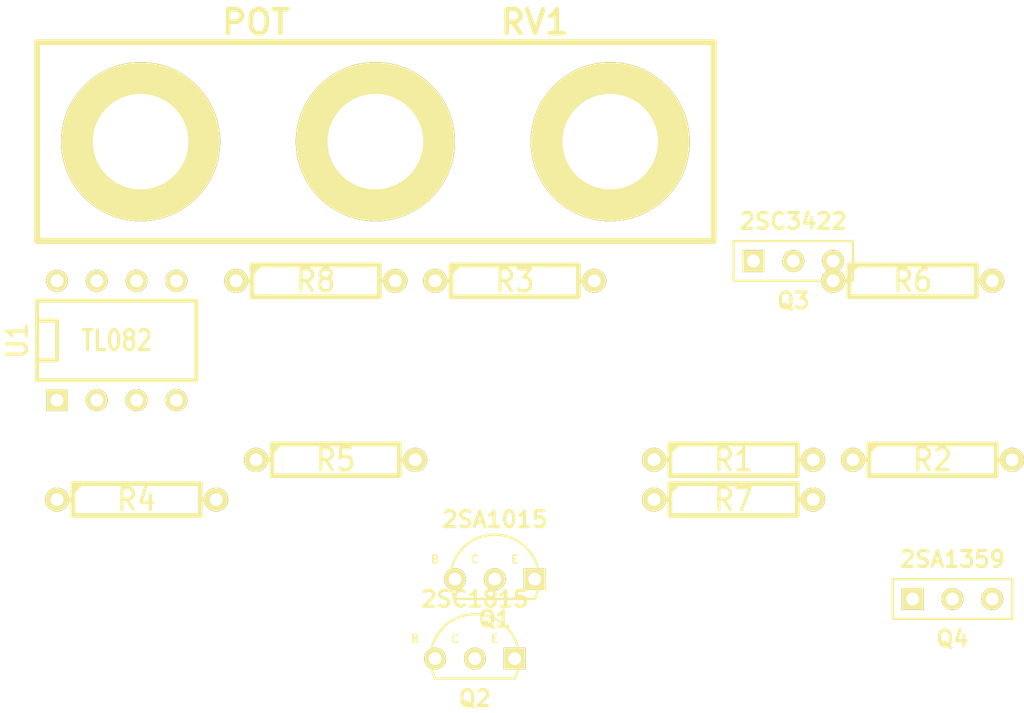
<source format=kicad_pcb>
(kicad_pcb (version 3) (host pcbnew "(2013-07-07 BZR 4022)-stable")

  (general
    (links 15)
    (no_connects 15)
    (area 42.1894 38.2016 107.696 83.4136)
    (thickness 1.6)
    (drawings 0)
    (tracks 0)
    (zones 0)
    (modules 14)
    (nets 14)
  )

  (page A3)
  (layers
    (15 F.Cu signal)
    (0 B.Cu signal)
    (16 B.Adhes user)
    (17 F.Adhes user)
    (18 B.Paste user)
    (19 F.Paste user)
    (20 B.SilkS user)
    (21 F.SilkS user)
    (22 B.Mask user)
    (23 F.Mask user)
    (24 Dwgs.User user)
    (25 Cmts.User user)
    (26 Eco1.User user)
    (27 Eco2.User user)
    (28 Edge.Cuts user)
  )

  (setup
    (last_trace_width 0.254)
    (trace_clearance 0.254)
    (zone_clearance 0.508)
    (zone_45_only no)
    (trace_min 0.254)
    (segment_width 0.2)
    (edge_width 0.1)
    (via_size 0.889)
    (via_drill 0.635)
    (via_min_size 0.889)
    (via_min_drill 0.508)
    (uvia_size 0.508)
    (uvia_drill 0.127)
    (uvias_allowed no)
    (uvia_min_size 0.508)
    (uvia_min_drill 0.127)
    (pcb_text_width 0.3)
    (pcb_text_size 1.5 1.5)
    (mod_edge_width 0.15)
    (mod_text_size 1 1)
    (mod_text_width 0.15)
    (pad_size 1.5 1.5)
    (pad_drill 0.6)
    (pad_to_mask_clearance 0)
    (aux_axis_origin 0 0)
    (visible_elements 7FFFFFFF)
    (pcbplotparams
      (layerselection 3178497)
      (usegerberextensions true)
      (excludeedgelayer true)
      (linewidth 0.150000)
      (plotframeref false)
      (viasonmask false)
      (mode 1)
      (useauxorigin false)
      (hpglpennumber 1)
      (hpglpenspeed 20)
      (hpglpendiameter 15)
      (hpglpenoverlay 2)
      (psnegative false)
      (psa4output false)
      (plotreference true)
      (plotvalue true)
      (plotothertext true)
      (plotinvisibletext false)
      (padsonsilk false)
      (subtractmaskfromsilk false)
      (outputformat 1)
      (mirror false)
      (drillshape 1)
      (scaleselection 1)
      (outputdirectory ""))
  )

  (net 0 "")
  (net 1 BUF1_OUT)
  (net 2 BUF1_V+)
  (net 3 BUF1_V-)
  (net 4 GND)
  (net 5 N-0000011)
  (net 6 N-0000014)
  (net 7 N-000003)
  (net 8 N-000004)
  (net 9 N-000005)
  (net 10 N-000007)
  (net 11 N-000008)
  (net 12 N-000009)
  (net 13 OPA_V+)

  (net_class Default "これは標準のネット クラスです。"
    (clearance 0.254)
    (trace_width 0.254)
    (via_dia 0.889)
    (via_drill 0.635)
    (uvia_dia 0.508)
    (uvia_drill 0.127)
    (add_net "")
    (add_net BUF1_OUT)
    (add_net BUF1_V+)
    (add_net BUF1_V-)
    (add_net GND)
    (add_net N-0000011)
    (add_net N-0000014)
    (add_net N-000003)
    (add_net N-000004)
    (add_net N-000005)
    (add_net N-000007)
    (add_net N-000008)
    (add_net N-000009)
    (add_net OPA_V+)
  )

  (module TO92-ECB (layer F.Cu) (tedit 525E3675) (tstamp 52B02D7B)
    (at 73.66 74.93)
    (descr "Transistor TO92-ECB brochage type 2SC1815")
    (tags "TR TO92-ECB")
    (path /52B022DF)
    (fp_text reference Q1 (at 0 2.54) (layer F.SilkS)
      (effects (font (size 1.016 1.016) (thickness 0.2032)))
    )
    (fp_text value 2SA1015 (at 0 -3.81) (layer F.SilkS)
      (effects (font (size 1.016 1.016) (thickness 0.2032)))
    )
    (fp_text user B (at -3.81 -1.27) (layer F.SilkS)
      (effects (font (size 0.508 0.508) (thickness 0.1016)))
    )
    (fp_text user C (at -1.27 -1.27) (layer F.SilkS)
      (effects (font (size 0.508 0.508) (thickness 0.1016)))
    )
    (fp_text user E (at 1.27 -1.27) (layer F.SilkS)
      (effects (font (size 0.508 0.508) (thickness 0.1016)))
    )
    (fp_line (start -2.54 1.27) (end 2.54 1.27) (layer F.SilkS) (width 0.15))
    (fp_arc (start 0 0) (end -2.54 1.27) (angle 90) (layer F.SilkS) (width 0.15))
    (fp_arc (start 0 0) (end -2.54 -1.27) (angle 90) (layer F.SilkS) (width 0.15))
    (fp_arc (start 0 0) (end 1.27 -2.54) (angle 90) (layer F.SilkS) (width 0.15))
    (pad 1 thru_hole rect (at 2.54 0) (size 1.397 1.397) (drill 0.8128)
      (layers *.Cu *.Mask F.SilkS)
      (net 9 N-000005)
    )
    (pad 2 thru_hole circle (at 0 0) (size 1.397 1.397) (drill 0.8128)
      (layers *.Cu *.Mask F.SilkS)
      (net 3 BUF1_V-)
    )
    (pad 3 thru_hole circle (at -2.54 0) (size 1.397 1.397) (drill 0.8128)
      (layers *.Cu *.Mask F.SilkS)
      (net 5 N-0000011)
    )
    (model discret/to98.wrl
      (at (xyz 0 0 0))
      (scale (xyz 1 1 1))
      (rotate (xyz 0 0 0))
    )
  )

  (module TO92-ECB (layer F.Cu) (tedit 525E3675) (tstamp 52B02D89)
    (at 72.39 80.01)
    (descr "Transistor TO92-ECB brochage type 2SC1815")
    (tags "TR TO92-ECB")
    (path /52B02303)
    (fp_text reference Q2 (at 0 2.54) (layer F.SilkS)
      (effects (font (size 1.016 1.016) (thickness 0.2032)))
    )
    (fp_text value 2SC1815 (at 0 -3.81) (layer F.SilkS)
      (effects (font (size 1.016 1.016) (thickness 0.2032)))
    )
    (fp_text user B (at -3.81 -1.27) (layer F.SilkS)
      (effects (font (size 0.508 0.508) (thickness 0.1016)))
    )
    (fp_text user C (at -1.27 -1.27) (layer F.SilkS)
      (effects (font (size 0.508 0.508) (thickness 0.1016)))
    )
    (fp_text user E (at 1.27 -1.27) (layer F.SilkS)
      (effects (font (size 0.508 0.508) (thickness 0.1016)))
    )
    (fp_line (start -2.54 1.27) (end 2.54 1.27) (layer F.SilkS) (width 0.15))
    (fp_arc (start 0 0) (end -2.54 1.27) (angle 90) (layer F.SilkS) (width 0.15))
    (fp_arc (start 0 0) (end -2.54 -1.27) (angle 90) (layer F.SilkS) (width 0.15))
    (fp_arc (start 0 0) (end 1.27 -2.54) (angle 90) (layer F.SilkS) (width 0.15))
    (pad 1 thru_hole rect (at 2.54 0) (size 1.397 1.397) (drill 0.8128)
      (layers *.Cu *.Mask F.SilkS)
      (net 8 N-000004)
    )
    (pad 2 thru_hole circle (at 0 0) (size 1.397 1.397) (drill 0.8128)
      (layers *.Cu *.Mask F.SilkS)
      (net 2 BUF1_V+)
    )
    (pad 3 thru_hole circle (at -2.54 0) (size 1.397 1.397) (drill 0.8128)
      (layers *.Cu *.Mask F.SilkS)
      (net 5 N-0000011)
    )
    (model discret/to98.wrl
      (at (xyz 0 0 0))
      (scale (xyz 1 1 1))
      (rotate (xyz 0 0 0))
    )
  )

  (module R4 (layer F.Cu) (tedit 200000) (tstamp 52B02E15)
    (at 88.9 69.85)
    (descr "Resitance 4 pas")
    (tags R)
    (path /52B0256A)
    (autoplace_cost180 10)
    (fp_text reference R7 (at 0 0) (layer F.SilkS)
      (effects (font (size 1.397 1.27) (thickness 0.2032)))
    )
    (fp_text value R (at 0 0) (layer F.SilkS) hide
      (effects (font (size 1.397 1.27) (thickness 0.2032)))
    )
    (fp_line (start -5.08 0) (end -4.064 0) (layer F.SilkS) (width 0.3048))
    (fp_line (start -4.064 0) (end -4.064 -1.016) (layer F.SilkS) (width 0.3048))
    (fp_line (start -4.064 -1.016) (end 4.064 -1.016) (layer F.SilkS) (width 0.3048))
    (fp_line (start 4.064 -1.016) (end 4.064 1.016) (layer F.SilkS) (width 0.3048))
    (fp_line (start 4.064 1.016) (end -4.064 1.016) (layer F.SilkS) (width 0.3048))
    (fp_line (start -4.064 1.016) (end -4.064 0) (layer F.SilkS) (width 0.3048))
    (fp_line (start -4.064 -0.508) (end -3.556 -1.016) (layer F.SilkS) (width 0.3048))
    (fp_line (start 5.08 0) (end 4.064 0) (layer F.SilkS) (width 0.3048))
    (pad 1 thru_hole circle (at -5.08 0) (size 1.524 1.524) (drill 0.8128)
      (layers *.Cu *.Mask F.SilkS)
      (net 1 BUF1_OUT)
    )
    (pad 2 thru_hole circle (at 5.08 0) (size 1.524 1.524) (drill 0.8128)
      (layers *.Cu *.Mask F.SilkS)
      (net 7 N-000003)
    )
    (model discret/resistor.wrl
      (at (xyz 0 0 0))
      (scale (xyz 0.4 0.4 0.4))
      (rotate (xyz 0 0 0))
    )
  )

  (module R4 (layer F.Cu) (tedit 200000) (tstamp 52B02E31)
    (at 62.23 55.88)
    (descr "Resitance 4 pas")
    (tags R)
    (path /52B02584)
    (autoplace_cost180 10)
    (fp_text reference R8 (at 0 0) (layer F.SilkS)
      (effects (font (size 1.397 1.27) (thickness 0.2032)))
    )
    (fp_text value R (at 0 0) (layer F.SilkS) hide
      (effects (font (size 1.397 1.27) (thickness 0.2032)))
    )
    (fp_line (start -5.08 0) (end -4.064 0) (layer F.SilkS) (width 0.3048))
    (fp_line (start -4.064 0) (end -4.064 -1.016) (layer F.SilkS) (width 0.3048))
    (fp_line (start -4.064 -1.016) (end 4.064 -1.016) (layer F.SilkS) (width 0.3048))
    (fp_line (start 4.064 -1.016) (end 4.064 1.016) (layer F.SilkS) (width 0.3048))
    (fp_line (start 4.064 1.016) (end -4.064 1.016) (layer F.SilkS) (width 0.3048))
    (fp_line (start -4.064 1.016) (end -4.064 0) (layer F.SilkS) (width 0.3048))
    (fp_line (start -4.064 -0.508) (end -3.556 -1.016) (layer F.SilkS) (width 0.3048))
    (fp_line (start 5.08 0) (end 4.064 0) (layer F.SilkS) (width 0.3048))
    (pad 1 thru_hole circle (at -5.08 0) (size 1.524 1.524) (drill 0.8128)
      (layers *.Cu *.Mask F.SilkS)
      (net 7 N-000003)
    )
    (pad 2 thru_hole circle (at 5.08 0) (size 1.524 1.524) (drill 0.8128)
      (layers *.Cu *.Mask F.SilkS)
      (net 4 GND)
    )
    (model discret/resistor.wrl
      (at (xyz 0 0 0))
      (scale (xyz 0.4 0.4 0.4))
      (rotate (xyz 0 0 0))
    )
  )

  (module R4 (layer F.Cu) (tedit 200000) (tstamp 52B02E4D)
    (at 50.8 69.85)
    (descr "Resitance 4 pas")
    (tags R)
    (path /52B023CD)
    (autoplace_cost180 10)
    (fp_text reference R4 (at 0 0) (layer F.SilkS)
      (effects (font (size 1.397 1.27) (thickness 0.2032)))
    )
    (fp_text value R (at 0 0) (layer F.SilkS) hide
      (effects (font (size 1.397 1.27) (thickness 0.2032)))
    )
    (fp_line (start -5.08 0) (end -4.064 0) (layer F.SilkS) (width 0.3048))
    (fp_line (start -4.064 0) (end -4.064 -1.016) (layer F.SilkS) (width 0.3048))
    (fp_line (start -4.064 -1.016) (end 4.064 -1.016) (layer F.SilkS) (width 0.3048))
    (fp_line (start 4.064 -1.016) (end 4.064 1.016) (layer F.SilkS) (width 0.3048))
    (fp_line (start 4.064 1.016) (end -4.064 1.016) (layer F.SilkS) (width 0.3048))
    (fp_line (start -4.064 1.016) (end -4.064 0) (layer F.SilkS) (width 0.3048))
    (fp_line (start -4.064 -0.508) (end -3.556 -1.016) (layer F.SilkS) (width 0.3048))
    (fp_line (start 5.08 0) (end 4.064 0) (layer F.SilkS) (width 0.3048))
    (pad 1 thru_hole circle (at -5.08 0) (size 1.524 1.524) (drill 0.8128)
      (layers *.Cu *.Mask F.SilkS)
      (net 8 N-000004)
    )
    (pad 2 thru_hole circle (at 5.08 0) (size 1.524 1.524) (drill 0.8128)
      (layers *.Cu *.Mask F.SilkS)
      (net 3 BUF1_V-)
    )
    (model discret/resistor.wrl
      (at (xyz 0 0 0))
      (scale (xyz 0.4 0.4 0.4))
      (rotate (xyz 0 0 0))
    )
  )

  (module R4 (layer F.Cu) (tedit 200000) (tstamp 52B02E5B)
    (at 101.6 67.31)
    (descr "Resitance 4 pas")
    (tags R)
    (path /52B00B66)
    (autoplace_cost180 10)
    (fp_text reference R2 (at 0 0) (layer F.SilkS)
      (effects (font (size 1.397 1.27) (thickness 0.2032)))
    )
    (fp_text value R (at 0 0) (layer F.SilkS) hide
      (effects (font (size 1.397 1.27) (thickness 0.2032)))
    )
    (fp_line (start -5.08 0) (end -4.064 0) (layer F.SilkS) (width 0.3048))
    (fp_line (start -4.064 0) (end -4.064 -1.016) (layer F.SilkS) (width 0.3048))
    (fp_line (start -4.064 -1.016) (end 4.064 -1.016) (layer F.SilkS) (width 0.3048))
    (fp_line (start 4.064 -1.016) (end 4.064 1.016) (layer F.SilkS) (width 0.3048))
    (fp_line (start 4.064 1.016) (end -4.064 1.016) (layer F.SilkS) (width 0.3048))
    (fp_line (start -4.064 1.016) (end -4.064 0) (layer F.SilkS) (width 0.3048))
    (fp_line (start -4.064 -0.508) (end -3.556 -1.016) (layer F.SilkS) (width 0.3048))
    (fp_line (start 5.08 0) (end 4.064 0) (layer F.SilkS) (width 0.3048))
    (pad 1 thru_hole circle (at -5.08 0) (size 1.524 1.524) (drill 0.8128)
      (layers *.Cu *.Mask F.SilkS)
      (net 6 N-0000014)
    )
    (pad 2 thru_hole circle (at 5.08 0) (size 1.524 1.524) (drill 0.8128)
      (layers *.Cu *.Mask F.SilkS)
      (net 5 N-0000011)
    )
    (model discret/resistor.wrl
      (at (xyz 0 0 0))
      (scale (xyz 0.4 0.4 0.4))
      (rotate (xyz 0 0 0))
    )
  )

  (module R4 (layer F.Cu) (tedit 200000) (tstamp 52B02E69)
    (at 88.9 67.31)
    (descr "Resitance 4 pas")
    (tags R)
    (path /52B00B73)
    (autoplace_cost180 10)
    (fp_text reference R1 (at 0 0) (layer F.SilkS)
      (effects (font (size 1.397 1.27) (thickness 0.2032)))
    )
    (fp_text value R (at 0 0) (layer F.SilkS) hide
      (effects (font (size 1.397 1.27) (thickness 0.2032)))
    )
    (fp_line (start -5.08 0) (end -4.064 0) (layer F.SilkS) (width 0.3048))
    (fp_line (start -4.064 0) (end -4.064 -1.016) (layer F.SilkS) (width 0.3048))
    (fp_line (start -4.064 -1.016) (end 4.064 -1.016) (layer F.SilkS) (width 0.3048))
    (fp_line (start 4.064 -1.016) (end 4.064 1.016) (layer F.SilkS) (width 0.3048))
    (fp_line (start 4.064 1.016) (end -4.064 1.016) (layer F.SilkS) (width 0.3048))
    (fp_line (start -4.064 1.016) (end -4.064 0) (layer F.SilkS) (width 0.3048))
    (fp_line (start -4.064 -0.508) (end -3.556 -1.016) (layer F.SilkS) (width 0.3048))
    (fp_line (start 5.08 0) (end 4.064 0) (layer F.SilkS) (width 0.3048))
    (pad 1 thru_hole circle (at -5.08 0) (size 1.524 1.524) (drill 0.8128)
      (layers *.Cu *.Mask F.SilkS)
      (net 4 GND)
    )
    (pad 2 thru_hole circle (at 5.08 0) (size 1.524 1.524) (drill 0.8128)
      (layers *.Cu *.Mask F.SilkS)
      (net 6 N-0000014)
    )
    (model discret/resistor.wrl
      (at (xyz 0 0 0))
      (scale (xyz 0.4 0.4 0.4))
      (rotate (xyz 0 0 0))
    )
  )

  (module R4 (layer F.Cu) (tedit 200000) (tstamp 52B02E85)
    (at 63.5 67.31)
    (descr "Resitance 4 pas")
    (tags R)
    (path /52B024C8)
    (autoplace_cost180 10)
    (fp_text reference R5 (at 0 0) (layer F.SilkS)
      (effects (font (size 1.397 1.27) (thickness 0.2032)))
    )
    (fp_text value R (at 0 0) (layer F.SilkS) hide
      (effects (font (size 1.397 1.27) (thickness 0.2032)))
    )
    (fp_line (start -5.08 0) (end -4.064 0) (layer F.SilkS) (width 0.3048))
    (fp_line (start -4.064 0) (end -4.064 -1.016) (layer F.SilkS) (width 0.3048))
    (fp_line (start -4.064 -1.016) (end 4.064 -1.016) (layer F.SilkS) (width 0.3048))
    (fp_line (start 4.064 -1.016) (end 4.064 1.016) (layer F.SilkS) (width 0.3048))
    (fp_line (start 4.064 1.016) (end -4.064 1.016) (layer F.SilkS) (width 0.3048))
    (fp_line (start -4.064 1.016) (end -4.064 0) (layer F.SilkS) (width 0.3048))
    (fp_line (start -4.064 -0.508) (end -3.556 -1.016) (layer F.SilkS) (width 0.3048))
    (fp_line (start 5.08 0) (end 4.064 0) (layer F.SilkS) (width 0.3048))
    (pad 1 thru_hole circle (at -5.08 0) (size 1.524 1.524) (drill 0.8128)
      (layers *.Cu *.Mask F.SilkS)
      (net 11 N-000008)
    )
    (pad 2 thru_hole circle (at 5.08 0) (size 1.524 1.524) (drill 0.8128)
      (layers *.Cu *.Mask F.SilkS)
      (net 1 BUF1_OUT)
    )
    (model discret/resistor.wrl
      (at (xyz 0 0 0))
      (scale (xyz 0.4 0.4 0.4))
      (rotate (xyz 0 0 0))
    )
  )

  (module R4 (layer F.Cu) (tedit 200000) (tstamp 52B02EA1)
    (at 100.33 55.88)
    (descr "Resitance 4 pas")
    (tags R)
    (path /52B023C0)
    (autoplace_cost180 10)
    (fp_text reference R6 (at 0 0) (layer F.SilkS)
      (effects (font (size 1.397 1.27) (thickness 0.2032)))
    )
    (fp_text value R (at 0 0) (layer F.SilkS) hide
      (effects (font (size 1.397 1.27) (thickness 0.2032)))
    )
    (fp_line (start -5.08 0) (end -4.064 0) (layer F.SilkS) (width 0.3048))
    (fp_line (start -4.064 0) (end -4.064 -1.016) (layer F.SilkS) (width 0.3048))
    (fp_line (start -4.064 -1.016) (end 4.064 -1.016) (layer F.SilkS) (width 0.3048))
    (fp_line (start 4.064 -1.016) (end 4.064 1.016) (layer F.SilkS) (width 0.3048))
    (fp_line (start 4.064 1.016) (end -4.064 1.016) (layer F.SilkS) (width 0.3048))
    (fp_line (start -4.064 1.016) (end -4.064 0) (layer F.SilkS) (width 0.3048))
    (fp_line (start -4.064 -0.508) (end -3.556 -1.016) (layer F.SilkS) (width 0.3048))
    (fp_line (start 5.08 0) (end 4.064 0) (layer F.SilkS) (width 0.3048))
    (pad 1 thru_hole circle (at -5.08 0) (size 1.524 1.524) (drill 0.8128)
      (layers *.Cu *.Mask F.SilkS)
      (net 1 BUF1_OUT)
    )
    (pad 2 thru_hole circle (at 5.08 0) (size 1.524 1.524) (drill 0.8128)
      (layers *.Cu *.Mask F.SilkS)
      (net 10 N-000007)
    )
    (model discret/resistor.wrl
      (at (xyz 0 0 0))
      (scale (xyz 0.4 0.4 0.4))
      (rotate (xyz 0 0 0))
    )
  )

  (module R4 (layer F.Cu) (tedit 200000) (tstamp 52B02EBD)
    (at 74.93 55.88)
    (descr "Resitance 4 pas")
    (tags R)
    (path /52B024E6)
    (autoplace_cost180 10)
    (fp_text reference R3 (at 0 0) (layer F.SilkS)
      (effects (font (size 1.397 1.27) (thickness 0.2032)))
    )
    (fp_text value R (at 0 0) (layer F.SilkS) hide
      (effects (font (size 1.397 1.27) (thickness 0.2032)))
    )
    (fp_line (start -5.08 0) (end -4.064 0) (layer F.SilkS) (width 0.3048))
    (fp_line (start -4.064 0) (end -4.064 -1.016) (layer F.SilkS) (width 0.3048))
    (fp_line (start -4.064 -1.016) (end 4.064 -1.016) (layer F.SilkS) (width 0.3048))
    (fp_line (start 4.064 -1.016) (end 4.064 1.016) (layer F.SilkS) (width 0.3048))
    (fp_line (start 4.064 1.016) (end -4.064 1.016) (layer F.SilkS) (width 0.3048))
    (fp_line (start -4.064 1.016) (end -4.064 0) (layer F.SilkS) (width 0.3048))
    (fp_line (start -4.064 -0.508) (end -3.556 -1.016) (layer F.SilkS) (width 0.3048))
    (fp_line (start 5.08 0) (end 4.064 0) (layer F.SilkS) (width 0.3048))
    (pad 1 thru_hole circle (at -5.08 0) (size 1.524 1.524) (drill 0.8128)
      (layers *.Cu *.Mask F.SilkS)
      (net 2 BUF1_V+)
    )
    (pad 2 thru_hole circle (at 5.08 0) (size 1.524 1.524) (drill 0.8128)
      (layers *.Cu *.Mask F.SilkS)
      (net 9 N-000005)
    )
    (model discret/resistor.wrl
      (at (xyz 0 0 0))
      (scale (xyz 0.4 0.4 0.4))
      (rotate (xyz 0 0 0))
    )
  )

  (module DIP-8__300 (layer F.Cu) (tedit 43A7F843) (tstamp 52B04D40)
    (at 49.53 59.69)
    (descr "8 pins DIL package, round pads")
    (tags DIL)
    (path /52B00AFA)
    (fp_text reference U1 (at -6.35 0 90) (layer F.SilkS)
      (effects (font (size 1.27 1.143) (thickness 0.2032)))
    )
    (fp_text value TL082 (at 0 0) (layer F.SilkS)
      (effects (font (size 1.27 1.016) (thickness 0.2032)))
    )
    (fp_line (start -5.08 -1.27) (end -3.81 -1.27) (layer F.SilkS) (width 0.254))
    (fp_line (start -3.81 -1.27) (end -3.81 1.27) (layer F.SilkS) (width 0.254))
    (fp_line (start -3.81 1.27) (end -5.08 1.27) (layer F.SilkS) (width 0.254))
    (fp_line (start -5.08 -2.54) (end 5.08 -2.54) (layer F.SilkS) (width 0.254))
    (fp_line (start 5.08 -2.54) (end 5.08 2.54) (layer F.SilkS) (width 0.254))
    (fp_line (start 5.08 2.54) (end -5.08 2.54) (layer F.SilkS) (width 0.254))
    (fp_line (start -5.08 2.54) (end -5.08 -2.54) (layer F.SilkS) (width 0.254))
    (pad 1 thru_hole rect (at -3.81 3.81) (size 1.397 1.397) (drill 0.8128)
      (layers *.Cu *.Mask F.SilkS)
      (net 6 N-0000014)
    )
    (pad 2 thru_hole circle (at -1.27 3.81) (size 1.397 1.397) (drill 0.8128)
      (layers *.Cu *.Mask F.SilkS)
    )
    (pad 3 thru_hole circle (at 1.27 3.81) (size 1.397 1.397) (drill 0.8128)
      (layers *.Cu *.Mask F.SilkS)
      (net 12 N-000009)
    )
    (pad 4 thru_hole circle (at 3.81 3.81) (size 1.397 1.397) (drill 0.8128)
      (layers *.Cu *.Mask F.SilkS)
      (net 13 OPA_V+)
    )
    (pad 5 thru_hole circle (at 3.81 -3.81) (size 1.397 1.397) (drill 0.8128)
      (layers *.Cu *.Mask F.SilkS)
    )
    (pad 6 thru_hole circle (at 1.27 -3.81) (size 1.397 1.397) (drill 0.8128)
      (layers *.Cu *.Mask F.SilkS)
    )
    (pad 7 thru_hole circle (at -1.27 -3.81) (size 1.397 1.397) (drill 0.8128)
      (layers *.Cu *.Mask F.SilkS)
    )
    (pad 8 thru_hole circle (at -3.81 -3.81) (size 1.397 1.397) (drill 0.8128)
      (layers *.Cu *.Mask F.SilkS)
      (net 13 OPA_V+)
    )
    (model dil/dil_8.wrl
      (at (xyz 0 0 0))
      (scale (xyz 1 1 1))
      (rotate (xyz 0 0 0))
    )
  )

  (module 3PIN_6mm (layer F.Cu) (tedit 200000) (tstamp 52B02EE6)
    (at 66.04 46.99)
    (descr "module 2 pin (trou 6 mm)")
    (tags DEV)
    (path /52B02263)
    (fp_text reference RV1 (at 10.16 -7.62) (layer F.SilkS)
      (effects (font (size 1.524 1.524) (thickness 0.3048)))
    )
    (fp_text value POT (at -7.62 -7.62) (layer F.SilkS)
      (effects (font (size 1.524 1.524) (thickness 0.3048)))
    )
    (fp_line (start -21.59 -6.35) (end 21.59 -6.35) (layer F.SilkS) (width 0.381))
    (fp_line (start 21.59 -6.35) (end 21.59 6.35) (layer F.SilkS) (width 0.381))
    (fp_line (start 21.59 6.35) (end -21.59 6.35) (layer F.SilkS) (width 0.381))
    (fp_line (start -21.59 6.35) (end -21.59 -6.35) (layer F.SilkS) (width 0.381))
    (pad 1 thru_hole circle (at -14.986 0) (size 10.16 10.16) (drill 6.096)
      (layers *.Cu *.Mask F.SilkS)
    )
    (pad 3 thru_hole circle (at 14.986 0) (size 10.16 10.16) (drill 6.096)
      (layers *.Cu *.Mask F.SilkS)
      (net 4 GND)
    )
    (pad 2 thru_hole circle (at 0 0) (size 10.16 10.16) (drill 6.096)
      (layers *.Cu *.Mask F.SilkS)
      (net 12 N-000009)
    )
    (model "device/douille_4mm(black).wrl"
      (at (xyz 0 0 0))
      (scale (xyz 1.8 1.8 1.8))
      (rotate (xyz 0 0 0))
    )
    (model "device/douille_4mm(red).wrl"
      (at (xyz -0.59 0 0))
      (scale (xyz 1.8 1.8 1.8))
      (rotate (xyz 0 0 0))
    )
    (model "device/douille_4mm(green).wrl"
      (at (xyz 0.59 0 0))
      (scale (xyz 1.8 1.8 1.8))
      (rotate (xyz 0 0 0))
    )
  )

  (module TO126-ECB (layer F.Cu) (tedit 52B04A85) (tstamp 52B02DCF)
    (at 102.87 76.2)
    (descr "Transistor TO126")
    (tags "TR TO126")
    (path /52B04DFF)
    (fp_text reference Q4 (at 0 2.54) (layer F.SilkS)
      (effects (font (size 1.016 1.016) (thickness 0.2032)))
    )
    (fp_text value 2SA1359 (at 0 -2.54) (layer F.SilkS)
      (effects (font (size 1.016 1.016) (thickness 0.2032)))
    )
    (fp_line (start -3.81 -1.27) (end 3.81 -1.27) (layer F.SilkS) (width 0.15))
    (fp_line (start 3.81 -1.27) (end 3.81 1.27) (layer F.SilkS) (width 0.15))
    (fp_line (start 3.81 1.27) (end -3.81 1.27) (layer F.SilkS) (width 0.15))
    (fp_line (start -3.81 1.27) (end -3.81 -1.27) (layer F.SilkS) (width 0.15))
    (pad E thru_hole rect (at -2.54 0) (size 1.397 1.397) (drill 0.8128)
      (layers *.Cu *.Mask F.SilkS)
    )
    (pad B thru_hole circle (at 2.54 0) (size 1.397 1.397) (drill 0.8128)
      (layers *.Cu *.Mask F.SilkS)
    )
    (pad C thru_hole circle (at 0 0) (size 1.397 1.397) (drill 0.8128)
      (layers *.Cu *.Mask F.SilkS)
    )
    (model discret/to98.wrl
      (at (xyz 0 0 0))
      (scale (xyz 1 1 1))
      (rotate (xyz 0 0 0))
    )
  )

  (module TO126-ECB (layer F.Cu) (tedit 52B04A85) (tstamp 52B02DDD)
    (at 92.71 54.61)
    (descr "Transistor TO126")
    (tags "TR TO126")
    (path /52B04F04)
    (fp_text reference Q3 (at 0 2.54) (layer F.SilkS)
      (effects (font (size 1.016 1.016) (thickness 0.2032)))
    )
    (fp_text value 2SC3422 (at 0 -2.54) (layer F.SilkS)
      (effects (font (size 1.016 1.016) (thickness 0.2032)))
    )
    (fp_line (start -3.81 -1.27) (end 3.81 -1.27) (layer F.SilkS) (width 0.15))
    (fp_line (start 3.81 -1.27) (end 3.81 1.27) (layer F.SilkS) (width 0.15))
    (fp_line (start 3.81 1.27) (end -3.81 1.27) (layer F.SilkS) (width 0.15))
    (fp_line (start -3.81 1.27) (end -3.81 -1.27) (layer F.SilkS) (width 0.15))
    (pad E thru_hole rect (at -2.54 0) (size 1.397 1.397) (drill 0.8128)
      (layers *.Cu *.Mask F.SilkS)
    )
    (pad B thru_hole circle (at 2.54 0) (size 1.397 1.397) (drill 0.8128)
      (layers *.Cu *.Mask F.SilkS)
    )
    (pad C thru_hole circle (at 0 0) (size 1.397 1.397) (drill 0.8128)
      (layers *.Cu *.Mask F.SilkS)
    )
    (model discret/to98.wrl
      (at (xyz 0 0 0))
      (scale (xyz 1 1 1))
      (rotate (xyz 0 0 0))
    )
  )

)

</source>
